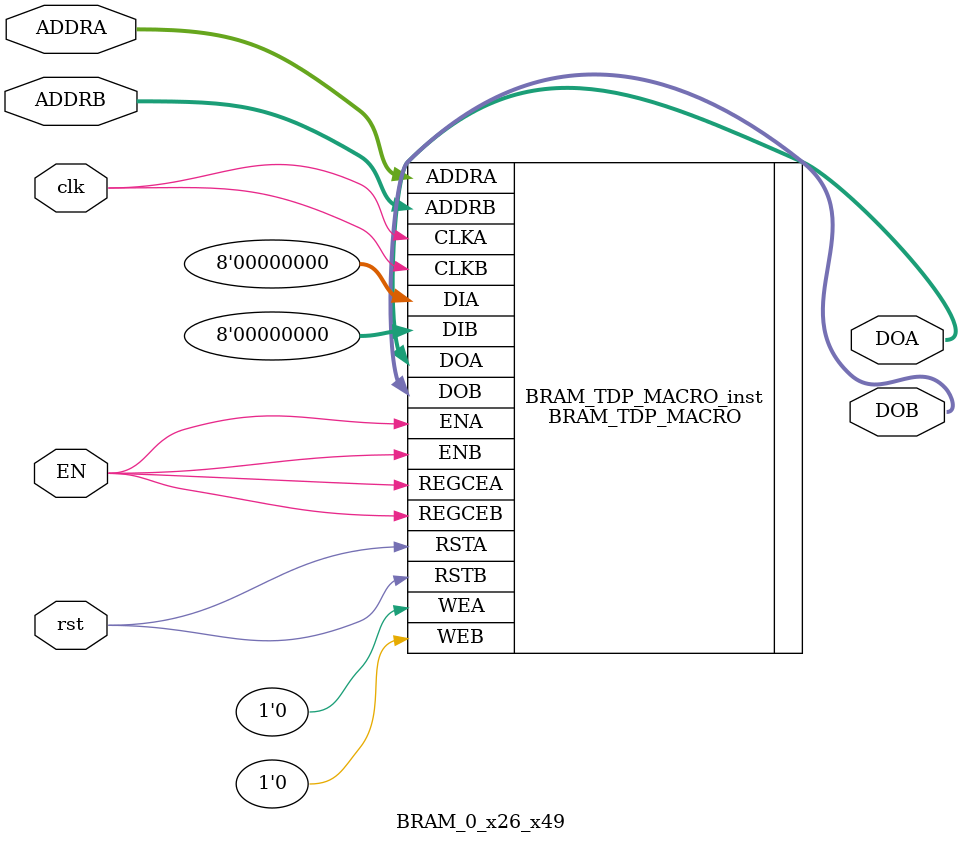
<source format=v>

module BRAM_0_x26_x49(
    input [9:0] ADDRA,
    input [9:0] ADDRB,
    input clk,
    input rst, input EN,
    output [7:0] DOA,
    output [7:0] DOB
    );



// Spartan-6
// Xilinx HDL Libraries Guide, version 14.7
//////////////////////////////////////////////////////////////////////////
// DATA_WIDTH_A/B | BRAM_SIZE | RAM Depth | ADDRA/B Width | WEA/B Width //
// ===============|===========|===========|===============|=============//
// 19-36 | "18Kb" | 512 | 9-bit | 4-bit //
// 10-18 | "18Kb" | 1024 | 10-bit | 2-bit //
// 10-18 | "9Kb" | 512 | 9-bit | 2-bit //
// 5-9 | "18Kb" | 2048 | 11-bit | 1-bit //
// 5-9 | "9Kb" | 1024 | 10-bit | 1-bit //
// 3-4 | "18Kb" | 4096 | 12-bit | 1-bit //
// 3-4 | "9Kb" | 2048 | 11-bit | 1-bit //
// 2 | "18Kb" | 8192 | 13-bit | 1-bit //
// 2 | "9Kb" | 4096 | 12-bit | 1-bit //
// 1 | "18Kb" | 16384 | 14-bit | 1-bit //
// 1 | "9Kb" | 8192 | 12-bit | 1-bit //
//////////////////////////////////////////////////////////////////////////
BRAM_TDP_MACRO #(
	.BRAM_SIZE("9Kb"), // Target BRAM: "9Kb" or "18Kb"
	.DEVICE("SPARTAN6"), // Target device: "VIRTEX5", "VIRTEX6", "SPARTAN6"
	.DOA_REG(1), // Optional port A output register (0 or 1)
	.DOB_REG(1), // Optional port B output register (0 or 1)
	.INIT_A(36'h0123), // Initial values on port A output port
	.INIT_B(36'h3210), // Initial values on port B output port
	.INIT_FILE ("NONE"),
	.READ_WIDTH_A (8), // Valid values are 1-36
	.READ_WIDTH_B (8), // Valid values are 1-36
	.SIM_COLLISION_CHECK ("NONE"), // Collision check enable "ALL", "WARNING_ONLY",
	// "GENERATE_X_ONLY" or "NONE"
	.SRVAL_A(36'h00000000), // Set/Reset value for port A output
	.SRVAL_B(36'h00000000), // Set/Reset value for port B output
	.WRITE_MODE_A("WRITE_FIRST"), // "WRITE_FIRST", "READ_FIRST", or "NO_CHANGE"
	.WRITE_MODE_B("WRITE_FIRST"), // "WRITE_FIRST", "READ_FIRST", or "NO_CHANGE"
	.WRITE_WIDTH_A(8), // Valid values are 1-36
	.WRITE_WIDTH_B(8), // Valid values are 1-36
	
.INIT_00(256'h8E3EE8A610456D547626B528D6860B0478C8E00C2CFCF1EF532A140206FA0100),
.INIT_01(256'h9368C7F02ED42F8BDF39C2DB3A387718D385605875A7CDE34624C6F9878409C5),
.INIT_02(256'hBA1B51ECA096F44C52909C7129995D5023CEE4B7E21DC417A4033C163B6B4708),
.INIT_03(256'hF3FF250798E7BF7C5BC944CB3733DC57A24F4120C3D88F8A6F353FDA367FCCA8),
.INIT_04(256'h8367B88C4B80C1486CAAB297FEF294E97E647D15AF1F4313DECF42126A341C91),
.INIT_05(256'h05E6BCBD0F2749119DA12DC0ABB9E1B082321AEA40BE79555F19B4819E73D1DD),
.INIT_06(256'hA34E7AA5AE1E62726E22D29F6692CAAD88D7BB748D0AF570B6619AEE8963EB30),
.INIT_07(256'h6569313DF84DF7D02B7BF695D5D956FB4A59ED5C0E21ACB3FD9BA95EE55AB10D),
.INIT_08(256'h70C01658EEBB93AA88D84BD62878F5FA86361EF2D2020F11ADD4EAFCF804FFFE),
.INIT_09(256'h6D96390ED02AD17521C73C25C4C689E62D7B9EA68B59331DB8DA3807797AF73B),
.INIT_0A(256'h44E5AF125E680AB2AC6E628FD767A3AEDD301A491CE33AE95AFDC2E8C595B9F6),
.INIT_0B(256'h0D01DBF966194182A537BA35C9CD22A95CB1BFDE3D26717491CBC124C8813256),
.INIT_0C(256'h7D994672B57E3FB692544C69000C6A17809A83EB51E1BDED2031BCEC94CAE26F),
.INIT_0D(256'hFB184243F1D9B7EF635FD33E55471F4E7CCCE414BE4087ABA1E74A7F608D2F23),
.INIT_0E(256'h5DB0845B50E09C8C90DC2C61986C34537629458A73F40B8E489F6410779D15CE),
.INIT_0F(256'h9B97CFC306B3092ED585086B2B27A805B4A713A2F0DF524D036557A01BA44FF3),
.INIT_10(256'h7E57D60C58952404521B646BC45F6CAFEAE9E1FE8274FD09107B08CA5AF27C63),
.INIT_11(256'h4D72B06E1AC305238FFB331340E454BA12E2D52B686FEDFAF447FFF784F68750),
.INIT_12(256'h5C69D1CEF598287151A1C2ADC55B4C539F1D2D6A14DF564683CCA29DA7973C62),
.INIT_13(256'hAA735DBC42C1D376C7F0F14B3A6120E8850ED4882CECBBB20B6616192535B4D8),
.INIT_14(256'h480AA9FC8EA6002122BEBF8175B5CDB1F9C01FDE07452E8A26C93193DB7949B8),
.INIT_15(256'hB6AC657ABDCF375E29C659069B2AF8E73DB9701E6D90D9D0E59C86A09EA84E39),
.INIT_16(256'h9A17E0A3184389028B7D0D8015033241442FA5EF923E38AB273FB73B7F96EE8D),
.INIT_17(256'hF3DC94678C77360F99E6DDCBD24F01EB301C554A789160A4DAAE11E334B3C8D7),
.INIT_18(256'h80A928F2A66BDAFAACE59A953AA1925114171F007C8A03F7EE85F634A40C829D),
.INIT_19(256'hB38C4E90E43DFBDD7105CDEDBE1AAA44EC1C2BD5969113040AB901097A0879AE),
.INIT_1A(256'hA2972F300B66D68FAF5F3C533BA5B2AD61E3D394EA21A8B87D325C635969C29C),
.INIT_1B(256'h548DA342BC3F2D88390E0FB5C49FDE167BF02A76D212454CF598E8E7DBCB4A26),
.INIT_1C(256'hB6F457027058FEDFDC40417F8B4B334F073EE120F9BBD074D837CF6D2587B746),
.INIT_1D(256'h48529B844331C9A0D738A7F865D40619C3478EE0936E272E1B62785E6056B0C7),
.INIT_1E(256'h64E91E5DE6BD77FC7583F37EEBFDCCBFBAD15B116CC0C655D9C149C581681073),
.INIT_1F(256'h0D226A997289C8F1671823352CB1FF15CEE2ABB4866F9E5A2450EF1DCA4D3629),

	
	//===============================================================================
	
	.INIT_20(256'h0000000000000000000000000000000000000000000000000000000000000000),
	.INIT_21(256'h0000000000000000000000000000000000000000000000000000000000000000),
	.INIT_22(256'h0000000000000000000000000000000000000000000000000000000000000000),
	.INIT_23(256'h0000000000000000000000000000000000000000000000000000000000000000),
	.INIT_24(256'h0000000000000000000000000000000000000000000000000000000000000000),
	.INIT_25(256'h0000000000000000000000000000000000000000000000000000000000000000),
	.INIT_26(256'h0000000000000000000000000000000000000000000000000000000000000000),
	.INIT_27(256'h0000000000000000000000000000000000000000000000000000000000000000),
	.INIT_28(256'h0000000000000000000000000000000000000000000000000000000000000000),
	.INIT_29(256'h0000000000000000000000000000000000000000000000000000000000000000),
	.INIT_2A(256'h0000000000000000000000000000000000000000000000000000000000000000),
	.INIT_2B(256'h0000000000000000000000000000000000000000000000000000000000000000),
	.INIT_2C(256'h0000000000000000000000000000000000000000000000000000000000000000),
	.INIT_2D(256'h0000000000000000000000000000000000000000000000000000000000000000),
	.INIT_2E(256'h0000000000000000000000000000000000000000000000000000000000000000),
	.INIT_2F(256'h0000000000000000000000000000000000000000000000000000000000000000),
	.INIT_30(256'h0000000000000000000000000000000000000000000000000000000000000000),
	.INIT_31(256'h0000000000000000000000000000000000000000000000000000000000000000),
	.INIT_32(256'h0000000000000000000000000000000000000000000000000000000000000000),
	.INIT_33(256'h0000000000000000000000000000000000000000000000000000000000000000),
	.INIT_34(256'h0000000000000000000000000000000000000000000000000000000000000000),
	.INIT_35(256'h0000000000000000000000000000000000000000000000000000000000000000),
	.INIT_36(256'h0000000000000000000000000000000000000000000000000000000000000000),
	.INIT_37(256'h0000000000000000000000000000000000000000000000000000000000000000),
	.INIT_38(256'h0000000000000000000000000000000000000000000000000000000000000000),
	.INIT_39(256'h0000000000000000000000000000000000000000000000000000000000000000),
	.INIT_3A(256'h0000000000000000000000000000000000000000000000000000000000000000),
	.INIT_3B(256'h0000000000000000000000000000000000000000000000000000000000000000),
	.INIT_3C(256'h0000000000000000000000000000000000000000000000000000000000000000),
	.INIT_3D(256'h0000000000000000000000000000000000000000000000000000000000000000),
	.INIT_3E(256'h0000000000000000000000000000000000000000000000000000000000000000),
	.INIT_3F(256'h0000000000000000000000000000000000000000000000000000000000000000),


	// The next set of INITP_xx are for the parity bits
	.INITP_00(256'h0000000000000000000000000000000000000000000000000000000000000000),
	.INITP_01(256'h0000000000000000000000000000000000000000000000000000000000000000),
	.INITP_02(256'h0000000000000000000000000000000000000000000000000000000000000000),
	.INITP_03(256'h0000000000000000000000000000000000000000000000000000000000000000),
	// The next set of INITP_xx are for "18Kb" configuration only
	.INITP_04(256'h0000000000000000000000000000000000000000000000000000000000000000),
	.INITP_05(256'h0000000000000000000000000000000000000000000000000000000000000000),
	.INITP_06(256'h0000000000000000000000000000000000000000000000000000000000000000),
	.INITP_07(256'h0000000000000000000000000000000000000000000000000000000000000000)
) BRAM_TDP_MACRO_inst (
	.DOA(DOA), // Output port-A data, width defined by READ_WIDTH_A parameter
	.DOB(DOB), // Output port-B data, width defined by READ_WIDTH_B parameter
	.ADDRA(ADDRA), // Input port-A address, width defined by Port A depth
	.ADDRB(ADDRB), // Input port-B address, width defined by Port B depth
	.CLKA(clk), // 1-bit input port-A clock
	.CLKB(clk), // 1-bit input port-B clock
	.DIA(8'h0), // Input port-A data, width defined by WRITE_WIDTH_A parameter
	.DIB(8'h0), // Input port-B data, width defined by WRITE_WIDTH_B parameter
	.ENA(EN), // 1-bit input port-A enable
	.ENB(EN), // 1-bit input port-B enable
	.REGCEA(EN), // 1-bit input port-A output register enable
	.REGCEB(EN), // 1-bit input port-B output register enable
	.RSTA(rst), // 1-bit input port-A reset
	.RSTB(rst), // 1-bit input port-B reset
	.WEA(1'b0), // Input port-A write enable, width defined by Port A depth
	.WEB(1'b0) // Input port-B write enable, width defined by Port B depth
);
// End of BRAM_TDP_MACRO_inst instantiation
endmodule

</source>
